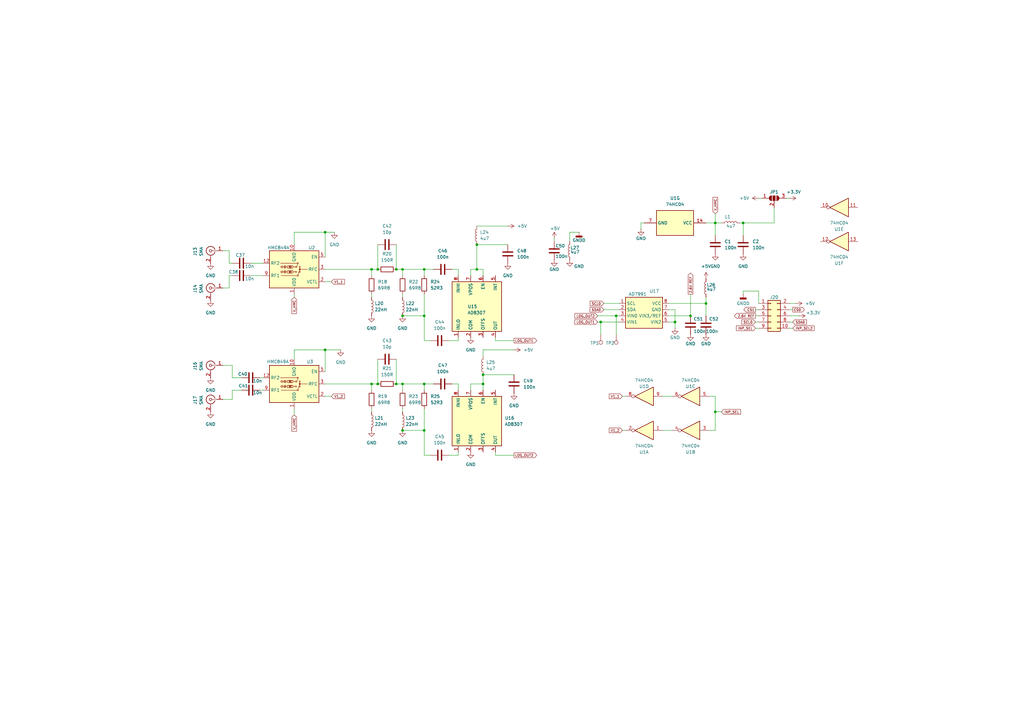
<source format=kicad_sch>
(kicad_sch (version 20231120) (generator "eeschema") (generator_version "8.0")
  (paper "A3")
  (title_block (rev "3.4b") (comment 1 "change RF Switch´s from PE4259 to HMC849") (comment 2 "add voltage selection for HMC849 "))
  (lib_symbols
    (symbol "74xx:74HC04"
      (property "Reference" "U" (at 0 1.27 0))
      (property "Value" "74HC04" (at 0 -1.27 0))
      (symbol "74HC04_1_0"
        (polyline (pts (xy -3.81 3.81) (xy -3.81 -3.81) (xy 3.81 0) (xy -3.81 3.81)) (stroke (width 0.254)) (fill (type background)))
        (pin input line (at -7.62 0 0) (length 3.81) (name "~") (number "1"))
        (pin output inverted (at 7.62 0 180) (length 3.81) (name "~") (number "2"))
      )
      (symbol "74HC04_2_0"
        (polyline (pts (xy -3.81 3.81) (xy -3.81 -3.81) (xy 3.81 0) (xy -3.81 3.81)) (stroke (width 0.254)) (fill (type background)))
        (pin input line (at -7.62 0 0) (length 3.81) (name "~") (number "3"))
        (pin output inverted (at 7.62 0 180) (length 3.81) (name "~") (number "4"))
      )
      (symbol "74HC04_3_0"
        (polyline (pts (xy -3.81 3.81) (xy -3.81 -3.81) (xy 3.81 0) (xy -3.81 3.81)) (stroke (width 0.254)) (fill (type background)))
        (pin input line (at -7.62 0 0) (length 3.81) (name "~") (number "5"))
        (pin output inverted (at 7.62 0 180) (length 3.81) (name "~") (number "6"))
      )
      (symbol "74HC04_4_0"
        (polyline (pts (xy -3.81 3.81) (xy -3.81 -3.81) (xy 3.81 0) (xy -3.81 3.81)) (stroke (width 0.254)) (fill (type background)))
        (pin output inverted (at 7.62 0 180) (length 3.81) (name "~") (number "8"))
        (pin input line (at -7.62 0 0) (length 3.81) (name "~") (number "9"))
      )
      (symbol "74HC04_5_0"
        (polyline (pts (xy -3.81 3.81) (xy -3.81 -3.81) (xy 3.81 0) (xy -3.81 3.81)) (stroke (width 0.254)) (fill (type background)))
        (pin output inverted (at 7.62 0 180) (length 3.81) (name "~") (number "10"))
        (pin input line (at -7.62 0 0) (length 3.81) (name "~") (number "11"))
      )
      (symbol "74HC04_6_0"
        (polyline (pts (xy -3.81 3.81) (xy -3.81 -3.81) (xy 3.81 0) (xy -3.81 3.81)) (stroke (width 0.254)) (fill (type background)))
        (pin output inverted (at 7.62 0 180) (length 3.81) (name "~") (number "12"))
        (pin input line (at -7.62 0 0) (length 3.81) (name "~") (number "13"))
      )
      (symbol "74HC04_7_0"
        (pin power_in line (at 0 12.7 270) (length 5.08) (name "VCC") (number "14"))
        (pin power_in line (at 0 -12.7 90) (length 5.08) (name "GND") (number "7"))
      )
      (symbol "74HC04_7_1"
        (rectangle (start -5.08 7.62) (end 5.08 -7.62) (stroke (width 0.254)) (fill (type background)))
      )
    )
    (symbol "Connector:Conn_Coaxial" (pin_names (offset 1.016) hide)
      (property "Reference" "J" (at 0.254 3.048 0))
      (property "Value" "Conn_Coaxial" (at 2.921 0 90))
      (symbol "Conn_Coaxial_0_1"
        (arc (start -1.778 -0.508) (mid 0.2311 -1.8066) (end 1.778 0) (stroke (width 0.254)))
        (polyline (pts (xy -2.54 0) (xy -0.508 0)))
        (polyline (pts (xy 0 -2.54) (xy 0 -1.778)))
        (circle (center 0 0) (radius 0.508) (stroke (width 0.2032)))
        (arc (start 1.778 0) (mid 0.2099 1.8101) (end -1.778 0.508) (stroke (width 0.254)))
      )
      (symbol "Conn_Coaxial_1_1"
        (pin passive line (at -5.08 0 0) (length 2.54) (name "In") (number "1"))
        (pin passive line (at 0 -5.08 90) (length 2.54) (name "Ext") (number "2"))
      )
    )
    (symbol "Connector:TestPoint" (pin_numbers hide) (pin_names (offset 0.762) hide)
      (property "Reference" "TP" (at 0 6.858 0))
      (property "Value" "TestPoint" (at 0 5.08 0))
      (symbol "TestPoint_0_1"
        (circle (center 0 3.302) (radius 0.762))
      )
      (symbol "TestPoint_1_1"
        (pin passive line (at 0 0 90) (length 2.54) (name "1") (number "1"))
      )
    )
    (symbol "Connector_Generic:Conn_02x05_Odd_Even" (pin_names (offset 1.016) hide)
      (property "Reference" "J" (at 1.27 7.62 0))
      (property "Value" "Conn_02x05_Odd_Even" (at 1.27 -7.62 0))
      (symbol "Conn_02x05_Odd_Even_1_1"
        (rectangle (start -1.27 -4.953) (end 0 -5.207) (stroke (width 0.1524)))
        (rectangle (start -1.27 -2.413) (end 0 -2.667) (stroke (width 0.1524)))
        (rectangle (start -1.27 0.127) (end 0 -0.127) (stroke (width 0.1524)))
        (rectangle (start -1.27 2.667) (end 0 2.413) (stroke (width 0.1524)))
        (rectangle (start -1.27 5.207) (end 0 4.953) (stroke (width 0.1524)))
        (rectangle (start -1.27 6.35) (end 3.81 -6.35) (stroke (width 0.254)) (fill (type background)))
        (rectangle (start 3.81 -4.953) (end 2.54 -5.207) (stroke (width 0.1524)))
        (rectangle (start 3.81 -2.413) (end 2.54 -2.667) (stroke (width 0.1524)))
        (rectangle (start 3.81 0.127) (end 2.54 -0.127) (stroke (width 0.1524)))
        (rectangle (start 3.81 2.667) (end 2.54 2.413) (stroke (width 0.1524)))
        (rectangle (start 3.81 5.207) (end 2.54 4.953) (stroke (width 0.1524)))
        (pin passive line (at -5.08 5.08 0) (length 3.81) (name "Pin_1") (number "1"))
        (pin passive line (at 7.62 -5.08 180) (length 3.81) (name "Pin_10") (number "10"))
        (pin passive line (at 7.62 5.08 180) (length 3.81) (name "Pin_2") (number "2"))
        (pin passive line (at -5.08 2.54 0) (length 3.81) (name "Pin_3") (number "3"))
        (pin passive line (at 7.62 2.54 180) (length 3.81) (name "Pin_4") (number "4"))
        (pin passive line (at -5.08 0 0) (length 3.81) (name "Pin_5") (number "5"))
        (pin passive line (at 7.62 0 180) (length 3.81) (name "Pin_6") (number "6"))
        (pin passive line (at -5.08 -2.54 0) (length 3.81) (name "Pin_7") (number "7"))
        (pin passive line (at 7.62 -2.54 180) (length 3.81) (name "Pin_8") (number "8"))
        (pin passive line (at -5.08 -5.08 0) (length 3.81) (name "Pin_9") (number "9"))
      )
    )
    (symbol "Device:C" (pin_numbers hide) (pin_names (offset 0.254))
      (property "Reference" "C" (at 0.635 2.54 0))
      (property "Value" "C" (at 0.635 -2.54 0))
      (symbol "C_0_1"
        (polyline (pts (xy -2.032 -0.762) (xy 2.032 -0.762)) (stroke (width 0.508)))
        (polyline (pts (xy -2.032 0.762) (xy 2.032 0.762)) (stroke (width 0.508)))
      )
      (symbol "C_1_1"
        (pin passive line (at 0 3.81 270) (length 2.794) (name "~") (number "1"))
        (pin passive line (at 0 -3.81 90) (length 2.794) (name "~") (number "2"))
      )
    )
    (symbol "Device:L" (pin_numbers hide) (pin_names (offset 1.016) hide)
      (property "Reference" "L" (at -1.27 0 90))
      (property "Value" "L" (at 1.905 0 90))
      (symbol "L_0_1"
        (arc (start 0 -2.54) (mid 0.6323 -1.905) (end 0 -1.27))
        (arc (start 0 -1.27) (mid 0.6323 -0.635) (end 0 0))
        (arc (start 0 0) (mid 0.6323 0.635) (end 0 1.27))
        (arc (start 0 1.27) (mid 0.6323 1.905) (end 0 2.54))
      )
      (symbol "L_1_1"
        (pin passive line (at 0 3.81 270) (length 1.27) (name "1") (number "1"))
        (pin passive line (at 0 -3.81 90) (length 1.27) (name "2") (number "2"))
      )
    )
    (symbol "Driver_LED:MPQ3362GJ-AEC1"
      (property "Reference" "U5" (at 2.1941 10.16 0))
      (property "Value" "AD7991" (at -6.35 8.89 0))
      (symbol "MPQ3362GJ-AEC1_1_1"
        (rectangle (start -7.62 7.62) (end 7.62 -5.08) (stroke (width 0.254)) (fill (type background)))
        (pin input line (at -10.16 5.08 0) (length 2.54) (name "SCL") (number "1"))
        (pin input line (at -10.16 2.54 0) (length 2.54) (name "SDA") (number "2"))
        (pin input line (at -10.16 0 0) (length 2.54) (name "VIN0") (number "3"))
        (pin input line (at -10.16 -2.54 0) (length 2.54) (name "VIN1") (number "4"))
        (pin input line (at 10.16 -2.54 180) (length 2.54) (name "VIN2") (number "5"))
        (pin input line (at 10.16 0 180) (length 2.54) (name "VIN3/REF") (number "6"))
        (pin power_in line (at 10.16 2.54 180) (length 2.54) (name "GND") (number "7"))
        (pin power_in line (at 10.16 5.08 180) (length 2.54) (name "VCC") (number "8"))
      )
    )
    (symbol "Jumper:SolderJumper_3_Open" (pin_names (offset 0) hide) (exclude_from_sim yes) (in_bom no)
      (property "Reference" "JP" (at -2.54 -2.54 0))
      (property "Value" "SolderJumper_3_Open" (at 0 2.794 0))
      (symbol "SolderJumper_3_Open_0_1"
        (arc (start -1.016 1.016) (mid -2.0276 0) (end -1.016 -1.016))
        (arc (start -1.016 1.016) (mid -2.0276 0) (end -1.016 -1.016) (fill (type outline)))
        (rectangle (start -0.508 1.016) (end 0.508 -1.016) (fill (type outline)))
        (polyline (pts (xy -2.54 0) (xy -2.032 0)))
        (polyline (pts (xy -1.016 1.016) (xy -1.016 -1.016)))
        (polyline (pts (xy 0 -1.27) (xy 0 -1.016)))
        (polyline (pts (xy 1.016 1.016) (xy 1.016 -1.016)))
        (polyline (pts (xy 2.54 0) (xy 2.032 0)))
        (arc (start 1.016 -1.016) (mid 2.0276 0) (end 1.016 1.016))
        (arc (start 1.016 -1.016) (mid 2.0276 0) (end 1.016 1.016) (fill (type outline)))
      )
      (symbol "SolderJumper_3_Open_1_1"
        (pin passive line (at -5.08 0 0) (length 2.54) (name "A") (number "1"))
        (pin passive line (at 0 -3.81 90) (length 2.54) (name "C") (number "2"))
        (pin passive line (at 5.08 0 180) (length 2.54) (name "B") (number "3"))
      )
    )
    (symbol "LOG_RF_Amplifier:AD8313xRM"
      (property "Reference" "U" (at 1.524 1.524 0))
      (property "Value" "AD8307" (at 4.572 -1.524 0))
      (symbol "AD8313xRM_0_1"
        (rectangle (start -10.16 10.16) (end 10.16 -10.16) (stroke (width 0.254)) (fill (type background)))
      )
      (symbol "AD8313xRM_1_1"
        (pin input line (at -7.62 -12.7 90) (length 2.54) (name "INLO") (number "1"))
        (pin power_in line (at -2.54 -12.7 90) (length 2.54) (name "COM") (number "2"))
        (pin input line (at 2.54 -12.7 90) (length 2.54) (name "OFFS") (number "3"))
        (pin output line (at 7.62 -12.7 90) (length 2.54) (name "OUT") (number "4"))
        (pin input line (at 7.62 12.7 270) (length 2.54) (name "INT") (number "5"))
        (pin input line (at 2.54 12.7 270) (length 2.54) (name "EN") (number "6"))
        (pin power_in line (at -2.54 12.7 270) (length 2.54) (name "VPOS") (number "7"))
        (pin input line (at -7.62 12.7 270) (length 2.54) (name "INHI") (number "8"))
      )
    )
    (symbol "RF_Switch:HMC849A"
      (property "Reference" "U" (at -10.16 8.89 0))
      (property "Value" "HMC849A" (at 10.16 8.89 0))
      (symbol "HMC849A_0_0"
        (text "50" (at 1.651 -1.016 0) (effects (font (size 0.635 0.635))))
        (text "50" (at 1.651 1.016 0) (effects (font (size 0.635 0.635))))
      )
      (symbol "HMC849A_0_1"
        (rectangle (start -10.16 7.62) (end 10.16 -7.62) (stroke (width 0.254)) (fill (type background)))
        (circle (center -2.286 0) (radius 0.254) (fill (type outline)))
        (circle (center -2.286 1.016) (radius 0.254))
        (circle (center -1.524 -2.54) (radius 0.254))
        (circle (center -1.524 2.54) (radius 0.254))
        (circle (center -0.762 -1.016) (radius 0.254))
        (polyline (pts (xy -2.286 0) (xy -5.588 0)))
        (polyline (pts (xy -2.286 0.762) (xy -2.286 -0.762)))
        (polyline (pts (xy -1.524 -2.286) (xy -1.016 -0.762)))
        (polyline (pts (xy -1.524 2.286) (xy -2.032 0.762)))
        (polyline (pts (xy -1.27 -2.54) (xy 5.588 -2.54)))
        (polyline (pts (xy -1.27 2.54) (xy 5.334 2.54)))
        (polyline (pts (xy -0.508 -1.016) (xy 0.508 -1.016)))
        (polyline (pts (xy -0.508 1.016) (xy 0.508 1.016)))
        (polyline (pts (xy 3.556 -1.524) (xy 3.556 -0.508)) (stroke (width 0.254)))
        (polyline (pts (xy 3.556 -1.016) (xy 2.794 -1.016)))
        (polyline (pts (xy 3.556 0.508) (xy 3.556 1.524)) (stroke (width 0.254)))
        (polyline (pts (xy 3.556 1.016) (xy 2.794 1.016)))
        (polyline (pts (xy 4.064 -0.508) (xy 4.064 -1.524)) (stroke (width 0.254)))
        (polyline (pts (xy 4.064 1.524) (xy 4.064 0.508)) (stroke (width 0.254)))
        (polyline (pts (xy 4.064 -1.016) (xy 4.826 -1.016) (xy 4.826 -1.524) (xy 5.588 -1.016) (xy 4.826 -0.508) (xy 4.826 -1.016)))
        (polyline (pts (xy 4.064 1.016) (xy 4.826 1.016) (xy 4.826 0.508) (xy 5.588 1.016) (xy 4.826 1.524) (xy 4.826 1.016)))
        (rectangle (start 0.508 -1.524) (end 2.794 -0.508))
        (rectangle (start 0.508 0.508) (end 2.794 1.524))
      )
      (symbol "HMC849A_1_1"
        (circle (center -2.286 -1.016) (radius 0.254))
        (circle (center -0.762 1.016) (radius 0.254))
        (pin power_in line (at 0 10.16 270) (length 2.54) (name "VDD") (number "1"))
        (pin power_in line (at 0 -10.16 90) (length 2.54) (name "GND") (number "10"))
        (pin passive line (at 0 -10.16 90) (length 2.54) hide (name "GND") (number "11"))
        (pin passive line (at 12.7 -2.54 180) (length 2.54) (name "RF2") (number "12"))
        (pin passive line (at 0 -10.16 90) (length 2.54) hide (name "GND") (number "13"))
        (pin passive line (at 0 -10.16 90) (length 2.54) hide (name "GND") (number "14"))
        (pin passive line (at 0 -10.16 90) (length 2.54) hide (name "GND") (number "15"))
        (pin passive line (at 0 -10.16 90) (length 2.54) hide (name "GND") (number "16"))
        (pin passive line (at 0 -10.16 90) (length 2.54) hide (name "GND") (number "17"))
        (pin input line (at -12.7 5.08 0) (length 2.54) (name "VCTL") (number "2"))
        (pin passive line (at -12.7 0 0) (length 2.54) (name "RFC") (number "3"))
        (pin passive line (at 0 -10.16 90) (length 2.54) hide (name "GND") (number "4"))
        (pin input line (at -12.7 -5.08 0) (length 2.54) (name "EN") (number "5"))
        (pin passive line (at 0 -10.16 90) (length 2.54) hide (name "GND") (number "6"))
        (pin passive line (at 0 -10.16 90) (length 2.54) hide (name "GND") (number "7"))
        (pin passive line (at 0 -10.16 90) (length 2.54) hide (name "GND") (number "8"))
        (pin passive line (at 12.7 2.54 180) (length 2.54) (name "RF1") (number "9"))
      )
    )
    (symbol "dual_rotary_encoder_switch:R" (pin_numbers hide) (pin_names (offset 0))
      (property "Reference" "R" (at 2.032 0 90))
      (property "Value" "R" (at 0 0 90))
      (symbol "R_0_1"
        (rectangle (start -1.016 -2.54) (end 1.016 2.54) (stroke (width 0.254)))
      )
      (symbol "R_1_1"
        (pin passive line (at 0 3.81 270) (length 1.27) (name "~") (number "1"))
        (pin passive line (at 0 -3.81 90) (length 1.27) (name "~") (number "2"))
      )
    )
    (symbol "power:+3.3V" (power) (pin_numbers hide) (pin_names (offset 0) hide)
      (property "Value" "+3.3V" (at 0 3.556 0))
      (symbol "+3.3V_0_1"
        (polyline (pts (xy -0.762 1.27) (xy 0 2.54)))
        (polyline (pts (xy 0 0) (xy 0 2.54)))
        (polyline (pts (xy 0 2.54) (xy 0.762 1.27)))
      )
      (symbol "+3.3V_1_1"
        (pin power_in line (at 0 0 90) (length 0) (name "~") (number "1"))
      )
    )
    (symbol "power:+5V" (power) (pin_numbers hide) (pin_names (offset 0) hide)
      (property "Value" "+5V" (at 0 3.556 0))
      (symbol "+5V_0_1"
        (polyline (pts (xy -0.762 1.27) (xy 0 2.54)))
        (polyline (pts (xy 0 0) (xy 0 2.54)))
        (polyline (pts (xy 0 2.54) (xy 0.762 1.27)))
      )
      (symbol "+5V_1_1"
        (pin power_in line (at 0 0 90) (length 0) (name "~") (number "1"))
      )
    )
    (symbol "power:GND" (power) (pin_numbers hide) (pin_names (offset 0) hide)
      (property "Value" "GND" (at 0 -3.81 0))
      (symbol "GND_0_1"
        (polyline (pts (xy 0 0) (xy 0 -1.27) (xy 1.27 -1.27) (xy 0 -2.54) (xy -1.27 -1.27) (xy 0 -1.27)))
      )
      (symbol "GND_1_1"
        (pin power_in line (at 0 0 270) (length 0) (name "~") (number "1"))
      )
    )
    (symbol "power:GNDD" (power) (pin_numbers hide) (pin_names (offset 0) hide)
      (property "Value" "GNDD" (at 0 -3.175 0))
      (symbol "GNDD_0_1"
        (rectangle (start -1.27 -1.524) (end 1.27 -2.032) (stroke (width 0.254)) (fill (type outline)))
        (polyline (pts (xy 0 0) (xy 0 -1.524)))
      )
      (symbol "GNDD_1_1"
        (pin power_in line (at 0 0 270) (length 0) (name "~") (number "1"))
      )
    )
  )
  (junction (at 165.1 110.49))
  (junction (at 162.56 157.48))
  (junction (at 198.12 153.67))
  (junction (at 173.99 157.48))
  (junction (at 152.4 110.49))
  (junction (at 283.21 129.54))
  (junction (at 293.37 91.44))
  (junction (at 304.8 91.44))
  (junction (at 152.4 157.48))
  (junction (at 173.99 110.49))
  (junction (at 154.94 110.49))
  (junction (at 195.58 100.33))
  (junction (at 165.1 157.48))
  (junction (at 165.1 176.53))
  (junction (at 289.56 124.46))
  (junction (at 293.37 168.91))
  (junction (at 154.94 157.48))
  (junction (at 246.38 132.08))
  (junction (at 276.86 132.08))
  (junction (at 173.99 176.53))
  (junction (at 198.12 157.48))
  (junction (at 252.73 129.54))
  (junction (at 165.1 129.54))
  (junction (at 162.56 110.49))
  (junction (at 133.35 143.51))
  (junction (at 195.58 110.49))
  (junction (at 173.99 129.54))
  (junction (at 133.35 95.25))
  (wire (pts (xy 165.1 157.48) (xy 165.1 160.02)))
  (wire (pts (xy 246.38 132.08) (xy 246.38 137.16)))
  (wire (pts (xy 309.88 134.62) (xy 311.15 134.62)))
  (wire (pts (xy 154.94 157.48) (xy 152.4 157.48)))
  (wire (pts (xy 274.32 129.54) (xy 283.21 129.54)))
  (wire (pts (xy 133.35 143.51) (xy 139.7 143.51)))
  (wire (pts (xy 187.96 186.69) (xy 187.96 185.42)))
  (wire (pts (xy 276.86 132.08) (xy 276.86 127)))
  (wire (pts (xy 274.32 124.46) (xy 289.56 124.46)))
  (wire (pts (xy 203.2 185.42) (xy 203.2 186.69)))
  (wire (pts (xy 304.8 91.44) (xy 317.5 91.44)))
  (wire (pts (xy 290.83 176.53) (xy 293.37 176.53)))
  (wire (pts (xy 133.35 110.49) (xy 152.4 110.49)))
  (wire (pts (xy 323.85 129.54) (xy 327.66 129.54)))
  (wire (pts (xy 95.25 154.94) (xy 99.06 154.94)))
  (wire (pts (xy 195.58 100.33) (xy 195.58 110.49)))
  (wire (pts (xy 173.99 129.54) (xy 173.99 139.7)))
  (wire (pts (xy 185.42 110.49) (xy 187.96 110.49)))
  (wire (pts (xy 303.53 91.44) (xy 304.8 91.44)))
  (wire (pts (xy 322.58 81.28) (xy 323.85 81.28)))
  (wire (pts (xy 91.44 163.83) (xy 95.25 163.83)))
  (wire (pts (xy 93.98 113.03) (xy 95.25 113.03)))
  (wire (pts (xy 95.25 163.83) (xy 95.25 160.02)))
  (wire (pts (xy 264.16 91.44) (xy 262.89 91.44)))
  (wire (pts (xy 120.65 120.65) (xy 120.65 121.92)))
  (wire (pts (xy 165.1 120.65) (xy 165.1 121.92)))
  (wire (pts (xy 152.4 157.48) (xy 152.4 160.02)))
  (wire (pts (xy 293.37 87.63) (xy 293.37 91.44)))
  (wire (pts (xy 152.4 120.65) (xy 152.4 121.92)))
  (wire (pts (xy 162.56 110.49) (xy 165.1 110.49)))
  (wire (pts (xy 120.65 95.25) (xy 133.35 95.25)))
  (wire (pts (xy 176.53 186.69) (xy 173.99 186.69)))
  (wire (pts (xy 289.56 121.92) (xy 289.56 124.46)))
  (wire (pts (xy 283.21 120.65) (xy 283.21 129.54)))
  (wire (pts (xy 106.68 160.02) (xy 107.95 160.02)))
  (wire (pts (xy 198.12 146.05) (xy 198.12 143.51)))
  (wire (pts (xy 177.8 157.48) (xy 173.99 157.48)))
  (wire (pts (xy 293.37 176.53) (xy 293.37 168.91)))
  (wire (pts (xy 309.88 132.08) (xy 311.15 132.08)))
  (wire (pts (xy 165.1 176.53) (xy 173.99 176.53)))
  (wire (pts (xy 93.98 107.95) (xy 95.25 107.95)))
  (wire (pts (xy 245.11 132.08) (xy 246.38 132.08)))
  (wire (pts (xy 107.95 113.03) (xy 102.87 113.03)))
  (wire (pts (xy 289.56 124.46) (xy 289.56 129.54)))
  (wire (pts (xy 133.35 143.51) (xy 133.35 152.4)))
  (wire (pts (xy 93.98 118.11) (xy 93.98 113.03)))
  (wire (pts (xy 293.37 91.44) (xy 293.37 96.52)))
  (wire (pts (xy 198.12 157.48) (xy 198.12 160.02)))
  (wire (pts (xy 198.12 143.51) (xy 210.82 143.51)))
  (wire (pts (xy 173.99 110.49) (xy 173.99 113.03)))
  (wire (pts (xy 193.04 160.02) (xy 193.04 157.48)))
  (wire (pts (xy 311.15 81.28) (xy 312.42 81.28)))
  (wire (pts (xy 255.27 162.56) (xy 256.54 162.56)))
  (wire (pts (xy 184.15 186.69) (xy 187.96 186.69)))
  (wire (pts (xy 154.94 110.49) (xy 152.4 110.49)))
  (wire (pts (xy 293.37 168.91) (xy 295.91 168.91)))
  (wire (pts (xy 133.35 95.25) (xy 133.35 105.41)))
  (wire (pts (xy 195.58 110.49) (xy 198.12 110.49)))
  (wire (pts (xy 162.56 157.48) (xy 165.1 157.48)))
  (wire (pts (xy 120.65 147.32) (xy 120.65 143.51)))
  (wire (pts (xy 187.96 110.49) (xy 187.96 113.03)))
  (wire (pts (xy 177.8 110.49) (xy 173.99 110.49)))
  (wire (pts (xy 271.78 162.56) (xy 275.59 162.56)))
  (wire (pts (xy 193.04 113.03) (xy 193.04 110.49)))
  (wire (pts (xy 133.35 115.57) (xy 135.89 115.57)))
  (wire (pts (xy 120.65 170.18) (xy 120.65 167.64)))
  (wire (pts (xy 323.85 132.08) (xy 325.12 132.08)))
  (wire (pts (xy 154.94 100.33) (xy 154.94 110.49)))
  (wire (pts (xy 203.2 186.69) (xy 210.82 186.69)))
  (wire (pts (xy 293.37 91.44) (xy 295.91 91.44)))
  (wire (pts (xy 165.1 129.54) (xy 173.99 129.54)))
  (wire (pts (xy 165.1 110.49) (xy 165.1 113.03)))
  (wire (pts (xy 173.99 157.48) (xy 173.99 160.02)))
  (wire (pts (xy 193.04 157.48) (xy 198.12 157.48)))
  (wire (pts (xy 152.4 110.49) (xy 152.4 113.03)))
  (wire (pts (xy 95.25 160.02) (xy 99.06 160.02)))
  (wire (pts (xy 309.88 129.54) (xy 311.15 129.54)))
  (wire (pts (xy 173.99 176.53) (xy 173.99 186.69)))
  (wire (pts (xy 198.12 153.67) (xy 198.12 157.48)))
  (wire (pts (xy 323.85 127) (xy 325.12 127)))
  (wire (pts (xy 317.5 91.44) (xy 317.5 85.09)))
  (wire (pts (xy 309.88 127) (xy 311.15 127)))
  (wire (pts (xy 304.8 119.38) (xy 311.15 119.38)))
  (wire (pts (xy 233.68 95.25) (xy 233.68 99.06)))
  (wire (pts (xy 323.85 134.62) (xy 325.12 134.62)))
  (wire (pts (xy 152.4 167.64) (xy 152.4 168.91)))
  (wire (pts (xy 203.2 138.43) (xy 203.2 139.7)))
  (wire (pts (xy 290.83 162.56) (xy 293.37 162.56)))
  (wire (pts (xy 107.95 107.95) (xy 102.87 107.95)))
  (wire (pts (xy 195.58 92.71) (xy 208.28 92.71)))
  (wire (pts (xy 252.73 129.54) (xy 254 129.54)))
  (wire (pts (xy 133.35 95.25) (xy 137.16 95.25)))
  (wire (pts (xy 165.1 157.48) (xy 173.99 157.48)))
  (wire (pts (xy 173.99 129.54) (xy 173.99 120.65)))
  (wire (pts (xy 323.85 124.46) (xy 326.39 124.46)))
  (wire (pts (xy 276.86 127) (xy 274.32 127)))
  (wire (pts (xy 120.65 143.51) (xy 133.35 143.51)))
  (wire (pts (xy 304.8 120.65) (xy 304.8 119.38)))
  (wire (pts (xy 293.37 168.91) (xy 293.37 162.56)))
  (wire (pts (xy 255.27 176.53) (xy 256.54 176.53)))
  (wire (pts (xy 289.56 91.44) (xy 293.37 91.44)))
  (wire (pts (xy 133.35 157.48) (xy 152.4 157.48)))
  (wire (pts (xy 95.25 149.86) (xy 95.25 154.94)))
  (wire (pts (xy 198.12 110.49) (xy 198.12 113.03)))
  (wire (pts (xy 276.86 132.08) (xy 276.86 134.62)))
  (wire (pts (xy 187.96 157.48) (xy 187.96 160.02)))
  (wire (pts (xy 198.12 153.67) (xy 210.82 153.67)))
  (wire (pts (xy 176.53 139.7) (xy 173.99 139.7)))
  (wire (pts (xy 162.56 147.32) (xy 162.56 157.48)))
  (wire (pts (xy 247.65 124.46) (xy 254 124.46)))
  (wire (pts (xy 195.58 100.33) (xy 208.28 100.33)))
  (wire (pts (xy 184.15 139.7) (xy 187.96 139.7)))
  (wire (pts (xy 237.49 95.25) (xy 233.68 95.25)))
  (wire (pts (xy 120.65 100.33) (xy 120.65 95.25)))
  (wire (pts (xy 227.33 99.06) (xy 227.33 97.79)))
  (wire (pts (xy 203.2 139.7) (xy 210.82 139.7)))
  (wire (pts (xy 187.96 139.7) (xy 187.96 138.43)))
  (wire (pts (xy 91.44 102.87) (xy 93.98 102.87)))
  (wire (pts (xy 185.42 157.48) (xy 187.96 157.48)))
  (wire (pts (xy 245.11 129.54) (xy 252.73 129.54)))
  (wire (pts (xy 173.99 176.53) (xy 173.99 167.64)))
  (wire (pts (xy 247.65 127) (xy 254 127)))
  (wire (pts (xy 262.89 91.44) (xy 262.89 93.98)))
  (wire (pts (xy 165.1 167.64) (xy 165.1 168.91)))
  (wire (pts (xy 91.44 118.11) (xy 93.98 118.11)))
  (wire (pts (xy 274.32 132.08) (xy 276.86 132.08)))
  (wire (pts (xy 193.04 110.49) (xy 195.58 110.49)))
  (wire (pts (xy 106.68 154.94) (xy 107.95 154.94)))
  (wire (pts (xy 271.78 176.53) (xy 275.59 176.53)))
  (wire (pts (xy 304.8 91.44) (xy 304.8 96.52)))
  (wire (pts (xy 133.35 162.56) (xy 135.89 162.56)))
  (wire (pts (xy 311.15 119.38) (xy 311.15 124.46)))
  (wire (pts (xy 252.73 129.54) (xy 252.73 137.16)))
  (wire (pts (xy 154.94 147.32) (xy 154.94 157.48)))
  (wire (pts (xy 162.56 100.33) (xy 162.56 110.49)))
  (wire (pts (xy 91.44 149.86) (xy 95.25 149.86)))
  (wire (pts (xy 165.1 110.49) (xy 173.99 110.49)))
  (wire (pts (xy 93.98 102.87) (xy 93.98 107.95)))
  (wire (pts (xy 246.38 132.08) (xy 254 132.08)))
  (global_label "INP_SEL" (shape input) (at 309.88 134.62 180) (effects (font (size 1 1))) (property "Intersheetrefs" "${INTERSHEET_REFS}" (effects (hide yes))))
  (global_label "2,6V REF" (shape output) (at 309.88 129.54 180) (effects (font (size 1 1))) (property "Intersheetrefs" "${INTERSHEET_REFS}" (effects (hide yes))))
  (global_label "INP_SEL" (shape input) (at 295.91 168.91 0) (effects (font (size 1 1))) (property "Intersheetrefs" "${INTERSHEET_REFS}" (effects (hide yes))))
  (global_label "LOG_OUT2" (shape input) (at 245.11 129.54 180) (effects (font (size 1 1))) (property "Intersheetrefs" "${INTERSHEET_REFS}" (effects (hide yes))))
  (global_label "V1_1" (shape input) (at 135.89 115.57 0) (effects (font (size 1 1))) (property "Intersheetrefs" "${INTERSHEET_REFS}" (effects (hide yes))))
  (global_label "2,6V REF" (shape output) (at 283.21 120.65 90) (effects (font (size 1 1))) (property "Intersheetrefs" "${INTERSHEET_REFS}" (effects (hide yes))))
  (global_label "V_HMC" (shape input) (at 120.65 170.18 270) (effects (font (size 1 1))) (property "Intersheetrefs" "${INTERSHEET_REFS}" (effects (hide yes))))
  (global_label "SDA0" (shape input) (at 325.12 132.08 0) (effects (font (size 1 1))) (property "Intersheetrefs" "${INTERSHEET_REFS}" (effects (hide yes))))
  (global_label "SCL0" (shape input) (at 309.88 132.08 180) (effects (font (size 1 1))) (property "Intersheetrefs" "${INTERSHEET_REFS}" (effects (hide yes))))
  (global_label "CS0" (shape output) (at 325.12 127 0) (effects (font (size 1 1))) (property "Intersheetrefs" "${INTERSHEET_REFS}" (effects (hide yes))))
  (global_label "SDA0" (shape input) (at 247.65 127 180) (effects (font (size 1 1))) (property "Intersheetrefs" "${INTERSHEET_REFS}" (effects (hide yes))))
  (global_label "INP_SEL2" (shape input) (at 325.12 134.62 0) (effects (font (size 1 1))) (property "Intersheetrefs" "${INTERSHEET_REFS}" (effects (hide yes))))
  (global_label "CS1" (shape output) (at 309.88 127 180) (effects (font (size 1 1))) (property "Intersheetrefs" "${INTERSHEET_REFS}" (effects (hide yes))))
  (global_label "LOG_OUT2" (shape output) (at 210.82 186.69 0) (effects (font (size 1 1))) (property "Intersheetrefs" "${INTERSHEET_REFS}" (effects (hide yes))))
  (global_label "LOG_OUT1" (shape output) (at 210.82 139.7 0) (effects (font (size 1 1))) (property "Intersheetrefs" "${INTERSHEET_REFS}" (effects (hide yes))))
  (global_label "V1_2" (shape input) (at 135.89 162.56 0) (effects (font (size 1 1))) (property "Intersheetrefs" "${INTERSHEET_REFS}" (effects (hide yes))))
  (global_label "V_HMC" (shape input) (at 120.65 121.92 270) (effects (font (size 1 1))) (property "Intersheetrefs" "${INTERSHEET_REFS}" (effects (hide yes))))
  (global_label "V1_2" (shape input) (at 255.27 176.53 180) (effects (font (size 1 1))) (property "Intersheetrefs" "${INTERSHEET_REFS}" (effects (hide yes))))
  (global_label "V_HMC" (shape input) (at 293.37 87.63 90) (effects (font (size 1 1))) (property "Intersheetrefs" "${INTERSHEET_REFS}" (effects (hide yes))))
  (global_label "V1_1" (shape input) (at 255.27 162.56 180) (effects (font (size 1 1))) (property "Intersheetrefs" "${INTERSHEET_REFS}" (effects (hide yes))))
  (global_label "LOG_OUT1" (shape input) (at 245.11 132.08 180) (effects (font (size 1 1))) (property "Intersheetrefs" "${INTERSHEET_REFS}" (effects (hide yes))))
  (global_label "SCL0" (shape input) (at 247.65 124.46 180) (effects (font (size 1 1))) (property "Intersheetrefs" "${INTERSHEET_REFS}" (effects (hide yes))))
  (symbol (lib_id "dual_rotary_encoder_switch:R") (at 152.4 116.84 180) (unit 1)
    (property "Reference" "R18" (at 154.94 115.5699 0) (effects (justify right)))
    (property "Value" "69R8" (at 154.94 118.1099 0) (effects (justify right)))
    (property "Footprint" "Resistor_SMD:R_1206_3216Metric_Pad1.30x1.75mm_HandSolder" (effects (hide yes)))
    (property "Description" "Resistor" (effects (hide yes)))
  )
  (symbol (lib_id "power:GND") (at 86.36 107.95 0) (unit 1)
    (property "Reference" "#PWR078" (effects (hide yes)))
    (property "Value" "GND" (at 86.36 113.03 0))
    (property "Description" "Power symbol creates a global label with name \"GND\" , ground" (effects (hide yes)))
  )
  (symbol (lib_id "Device:C") (at 227.33 102.87 180) (unit 1)
    (property "Reference" "C50" (at 227.838 100.838 0) (effects (justify right)))
    (property "Value" "100n" (at 227.838 105.156 0) (effects (justify right)))
    (property "Footprint" "Capacitor_SMD:C_0805_2012Metric_Pad1.18x1.45mm_HandSolder" (effects (hide yes)))
    (property "Description" "Unpolarized capacitor" (effects (hide yes)))
  )
  (symbol (lib_id "Device:L") (at 165.1 125.73 0) (unit 1)
    (property "Reference" "L22" (at 166.37 124.4599 0) (effects (justify left)))
    (property "Value" "22nH" (at 166.37 126.9999 0) (effects (justify left)))
    (property "Footprint" "Inductor_SMD:L_1206_3216Metric_Pad1.42x1.75mm_HandSolder" (effects (hide yes)))
    (property "Description" "Inductor" (effects (hide yes)))
  )
  (symbol (lib_id "power:GND") (at 283.21 137.16 0) (unit 1)
    (property "Reference" "#PWR0102" (effects (hide yes)))
    (property "Value" "GND" (at 283.21 140.97 0))
    (property "Description" "Power symbol creates a global label with name \"GND\" , ground" (effects (hide yes)))
  )
  (symbol (lib_id "Device:C") (at 293.37 100.33 180) (unit 1)
    (property "Reference" "C1" (at 297.18 99.0599 0) (effects (justify right)))
    (property "Value" "100n" (at 297.18 101.5999 0) (effects (justify right)))
    (property "Footprint" "Capacitor_SMD:C_0805_2012Metric_Pad1.18x1.45mm_HandSolder" (effects (hide yes)))
    (property "Description" "Unpolarized capacitor" (effects (hide yes)))
  )
  (symbol (lib_id "Connector:Conn_Coaxial") (at 86.36 163.83 0) (mirror y) (unit 1)
    (property "Reference" "J17" (at 80.01 164.1232 90))
    (property "Value" "SMA" (at 82.55 164.1232 90))
    (property "Footprint" "Connector_Coaxial:SMA_BAT_Wireless_BWSMA-KWE-Z001" (effects (hide yes)))
    (property "Description" "coaxial connector (BNC, SMA, SMB, SMC, Cinch/RCA, LEMO, ...)" (effects (hide yes)))
  )
  (symbol (lib_id "power:GND") (at 276.86 134.62 0) (unit 1)
    (property "Reference" "#PWR0101" (effects (hide yes)))
    (property "Value" "GND" (at 276.86 138.43 0))
    (property "Description" "Power symbol creates a global label with name \"GND\" , ground" (effects (hide yes)))
  )
  (symbol (lib_id "Connector:TestPoint") (at 246.38 137.16 180) (unit 1)
    (property "Reference" "TP1" (at 242.062 140.716 0) (effects (justify right)))
    (property "Value" "TestPoint" (effects (hide yes)))
    (property "Footprint" "TestPoint:TestPoint_Pad_D1.0mm" (effects (hide yes)))
    (property "Description" "test point" (effects (hide yes)))
  )
  (symbol (lib_id "Device:C") (at 180.34 186.69 90) (unit 1)
    (property "Reference" "C45" (at 180.34 179.07 90))
    (property "Value" "100n" (at 180.34 181.61 90))
    (property "Footprint" "Capacitor_SMD:C_0805_2012Metric_Pad1.18x1.45mm_HandSolder" (effects (hide yes)))
    (property "Description" "Unpolarized capacitor" (effects (hide yes)))
  )
  (symbol (lib_id "power:GND") (at 165.1 176.53 0) (unit 1)
    (property "Reference" "#PWR087" (effects (hide yes)))
    (property "Value" "GND" (at 165.1 181.61 0))
    (property "Description" "Power symbol creates a global label with name \"GND\" , ground" (effects (hide yes)))
  )
  (symbol (lib_id "power:GND") (at 208.28 107.95 0) (unit 1)
    (property "Reference" "#PWR091" (effects (hide yes)))
    (property "Value" "GND" (at 208.28 113.03 0))
    (property "Description" "Power symbol creates a global label with name \"GND\" , ground" (effects (hide yes)))
  )
  (symbol (lib_id "power:+5V") (at 210.82 143.51 270) (unit 1)
    (property "Reference" "#PWR092" (effects (hide yes)))
    (property "Value" "+5V" (at 214.63 143.5099 90) (effects (justify left)))
    (property "Description" "Power symbol creates a global label with name \"+5V\"" (effects (hide yes)))
  )
  (symbol (lib_id "power:GND") (at 86.36 168.91 0) (unit 1)
    (property "Reference" "#PWR082" (effects (hide yes)))
    (property "Value" "GND" (at 86.36 173.99 0))
    (property "Description" "Power symbol creates a global label with name \"GND\" , ground" (effects (hide yes)))
  )
  (symbol (lib_id "Device:L") (at 195.58 96.52 180) (unit 1)
    (property "Reference" "L24" (at 196.85 95.2499 0) (effects (justify right)))
    (property "Value" "4u7" (at 196.85 97.7899 0) (effects (justify right)))
    (property "Footprint" "Inductor_SMD:L_1206_3216Metric_Pad1.42x1.75mm_HandSolder" (effects (hide yes)))
    (property "Description" "Inductor" (effects (hide yes)))
  )
  (symbol (lib_id "Jumper:SolderJumper_3_Open") (at 317.5 81.28 0) (unit 1) (exclude_from_sim yes) (in_bom no)
    (property "Reference" "JP1" (at 317.5 78.74 0))
    (property "Value" "SolderJumper_3_Open" (effects (hide yes)))
    (property "Footprint" "Jumper:SolderJumper-3_P1.3mm_Open_RoundedPad1.0x1.5mm" (effects (hide yes)))
    (property "Description" "Solder Jumper, 3-pole, open" (effects (hide yes)))
  )
  (symbol (lib_id "Device:L") (at 165.1 172.72 0) (unit 1)
    (property "Reference" "L23" (at 166.37 171.4499 0) (effects (justify left)))
    (property "Value" "22nH" (at 166.37 173.9899 0) (effects (justify left)))
    (property "Footprint" "Inductor_SMD:L_1206_3216Metric_Pad1.42x1.75mm_HandSolder" (effects (hide yes)))
    (property "Description" "Inductor" (effects (hide yes)))
  )
  (symbol (lib_id "Device:L") (at 198.12 149.86 180) (unit 1)
    (property "Reference" "L25" (at 199.39 148.5899 0) (effects (justify right)))
    (property "Value" "4u7" (at 199.39 151.1299 0) (effects (justify right)))
    (property "Footprint" "Inductor_SMD:L_1206_3216Metric_Pad1.42x1.75mm_HandSolder" (effects (hide yes)))
    (property "Description" "Inductor" (effects (hide yes)))
  )
  (symbol (lib_id "power:GND") (at 233.68 106.68 0) (unit 1)
    (property "Reference" "#PWR097" (effects (hide yes)))
    (property "Value" "GND" (at 237.49 109.22 0))
    (property "Description" "Power symbol creates a global label with name \"GND\" , ground" (effects (hide yes)))
  )
  (symbol (lib_id "Device:L") (at 152.4 172.72 0) (unit 1)
    (property "Reference" "L21" (at 153.67 171.4499 0) (effects (justify left)))
    (property "Value" "22nH" (at 153.67 173.9899 0) (effects (justify left)))
    (property "Footprint" "Inductor_SMD:L_1206_3216Metric_Pad1.42x1.75mm_HandSolder" (effects (hide yes)))
    (property "Description" "Inductor" (effects (hide yes)))
  )
  (symbol (lib_id "74xx:74HC04") (at 283.21 176.53 180) (unit 2)
    (property "Reference" "U1" (at 283.21 185.42 0))
    (property "Value" "74HC04" (at 283.21 182.88 0))
    (property "Footprint" "Package_SO:SOIC-16_3.9x9.9mm_P1.27mm" (effects (hide yes)))
    (property "Datasheet" "https://assets.nexperia.com/documents/data-sheet/74HC_HCT04.pdf" (effects (hide yes)))
    (property "Description" "Hex Inverter" (effects (hide yes)))
  )
  (symbol (lib_id "dual_rotary_encoder_switch:R") (at 158.75 110.49 90) (unit 1)
    (property "Reference" "R20" (at 158.75 104.14 90))
    (property "Value" "150R" (at 158.75 106.68 90))
    (property "Footprint" "Resistor_SMD:R_1206_3216Metric_Pad1.30x1.75mm_HandSolder" (effects (hide yes)))
    (property "Description" "Resistor" (effects (hide yes)))
  )
  (symbol (lib_id "74xx:74HC04") (at 264.16 162.56 180) (unit 4)
    (property "Reference" "U1" (at 264.16 158.496 0))
    (property "Value" "74HC04" (at 264.16 155.956 0))
    (property "Footprint" "Package_SO:SOIC-16_3.9x9.9mm_P1.27mm" (effects (hide yes)))
    (property "Datasheet" "https://assets.nexperia.com/documents/data-sheet/74HC_HCT04.pdf" (effects (hide yes)))
    (property "Description" "Hex Inverter" (effects (hide yes)))
  )
  (symbol (lib_id "RF_Switch:HMC849A") (at 120.65 157.48 180) (unit 1)
    (property "Reference" "U3" (at 125.73 148.336 0) (effects (justify right)))
    (property "Value" "HMC849A" (at 109.474 148.336 0) (effects (justify right)))
    (property "Footprint" "Package_CSP:LFCSP-16-1EP_4x4mm_P0.65mm_EP2.4x2.4mm" (effects (hide yes)))
    (property "Datasheet" "https://www.analog.com/media/en/technical-documentation/data-sheets/hmc849a.pdf" (effects (hide yes)))
    (property "Description" "High Isolation SPDT Non-Reflective Switch, DC-6GHz, Matched to 50 Ohm, LFCSP-16" (effects (hide yes)))
  )
  (symbol (lib_id "dual_rotary_encoder_switch:R") (at 158.75 157.48 90) (unit 1)
    (property "Reference" "R21" (at 158.75 151.13 90))
    (property "Value" "150R" (at 158.75 153.67 90))
    (property "Footprint" "Resistor_SMD:R_1206_3216Metric_Pad1.30x1.75mm_HandSolder" (effects (hide yes)))
    (property "Description" "Resistor" (effects (hide yes)))
  )
  (symbol (lib_id "power:+5V") (at 208.28 92.71 270) (unit 1)
    (property "Reference" "#PWR090" (effects (hide yes)))
    (property "Value" "+5V" (at 212.09 92.7099 90) (effects (justify left)))
    (property "Description" "Power symbol creates a global label with name \"+5V\"" (effects (hide yes)))
  )
  (symbol (lib_id "Device:C") (at 210.82 157.48 180) (unit 1)
    (property "Reference" "C49" (at 214.63 156.2099 0) (effects (justify right)))
    (property "Value" "100n" (at 214.63 158.7499 0) (effects (justify right)))
    (property "Footprint" "Capacitor_SMD:C_0805_2012Metric_Pad1.18x1.45mm_HandSolder" (effects (hide yes)))
    (property "Description" "Unpolarized capacitor" (effects (hide yes)))
  )
  (symbol (lib_id "Connector:Conn_Coaxial") (at 86.36 149.86 0) (mirror y) (unit 1)
    (property "Reference" "J16" (at 80.01 150.1532 90))
    (property "Value" "SMA" (at 82.55 150.1532 90))
    (property "Footprint" "Connector_Coaxial:SMA_BAT_Wireless_BWSMA-KWE-Z001" (effects (hide yes)))
    (property "Description" "coaxial connector (BNC, SMA, SMB, SMC, Cinch/RCA, LEMO, ...)" (effects (hide yes)))
  )
  (symbol (lib_id "Device:C") (at 289.56 133.35 180) (unit 1)
    (property "Reference" "C52" (at 290.83 130.81 0) (effects (justify right)))
    (property "Value" "100n" (at 289.56 135.89 0) (effects (justify right)))
    (property "Footprint" "Capacitor_SMD:C_0805_2012Metric_Pad1.18x1.45mm_HandSolder" (effects (hide yes)))
    (property "Description" "Unpolarized capacitor" (effects (hide yes)))
  )
  (symbol (lib_id "power:+5V") (at 289.56 114.3 0) (unit 1)
    (property "Reference" "#PWR0103" (effects (hide yes)))
    (property "Value" "+5V" (at 289.56 109.22 0))
    (property "Description" "Power symbol creates a global label with name \"+5V\"" (effects (hide yes)))
  )
  (symbol (lib_id "LOG_RF_Amplifier:AD8313xRM") (at 195.58 172.72 0) (unit 1)
    (property "Reference" "U16" (at 207.01 171.4499 0) (effects (justify left)))
    (property "Value" "AD8307" (at 207.01 173.9899 0) (effects (justify left)))
    (property "Footprint" "Package_SO:SO-8_5.3x6.2mm_P1.27mm" (effects (hide yes)))
    (property "Description" "Logarithmic Detector, SO-8" (effects (hide yes)))
  )
  (symbol (lib_id "Device:L") (at 299.72 91.44 270) (mirror x) (unit 1)
    (property "Reference" "L1" (at 298.45 88.9 90))
    (property "Value" "4u7" (at 299.72 92.71 90))
    (property "Footprint" "Inductor_SMD:L_1206_3216Metric_Pad1.42x1.75mm_HandSolder" (effects (hide yes)))
    (property "Description" "Inductor" (effects (hide yes)))
  )
  (symbol (lib_id "Device:C") (at 208.28 104.14 180) (unit 1)
    (property "Reference" "C48" (at 212.09 102.8699 0) (effects (justify right)))
    (property "Value" "100n" (at 212.09 105.4099 0) (effects (justify right)))
    (property "Footprint" "Capacitor_SMD:C_0805_2012Metric_Pad1.18x1.45mm_HandSolder" (effects (hide yes)))
    (property "Description" "Unpolarized capacitor" (effects (hide yes)))
  )
  (symbol (lib_id "Connector:TestPoint") (at 252.73 137.16 180) (unit 1)
    (property "Reference" "TP2" (at 248.412 140.716 0) (effects (justify right)))
    (property "Value" "TestPoint" (effects (hide yes)))
    (property "Footprint" "TestPoint:TestPoint_Pad_D1.0mm" (effects (hide yes)))
    (property "Description" "test point" (effects (hide yes)))
  )
  (symbol (lib_id "RF_Switch:HMC849A") (at 120.65 110.49 180) (unit 1)
    (property "Reference" "U2" (at 126.492 101.6 0) (effects (justify right)))
    (property "Value" "HMC849A" (at 109.728 101.6 0) (effects (justify right)))
    (property "Footprint" "Package_CSP:LFCSP-16-1EP_4x4mm_P0.65mm_EP2.4x2.4mm" (effects (hide yes)))
    (property "Datasheet" "https://www.analog.com/media/en/technical-documentation/data-sheets/hmc849a.pdf" (effects (hide yes)))
    (property "Description" "High Isolation SPDT Non-Reflective Switch, DC-6GHz, Matched to 50 Ohm, LFCSP-16" (effects (hide yes)))
  )
  (symbol (lib_id "power:GND") (at 86.36 154.94 0) (unit 1)
    (property "Reference" "#PWR081" (effects (hide yes)))
    (property "Value" "GND" (at 86.36 160.02 0))
    (property "Description" "Power symbol creates a global label with name \"GND\" , ground" (effects (hide yes)))
  )
  (symbol (lib_id "dual_rotary_encoder_switch:R") (at 173.99 163.83 180) (unit 1)
    (property "Reference" "R25" (at 176.53 162.5599 0) (effects (justify right)))
    (property "Value" "52R3" (at 176.53 165.0999 0) (effects (justify right)))
    (property "Footprint" "Resistor_SMD:R_1206_3216Metric_Pad1.30x1.75mm_HandSolder" (effects (hide yes)))
    (property "Description" "Resistor" (effects (hide yes)))
  )
  (symbol (lib_id "Device:C") (at 158.75 147.32 90) (unit 1)
    (property "Reference" "C43" (at 158.75 139.7 90))
    (property "Value" "10p" (at 158.75 142.24 90))
    (property "Footprint" "Capacitor_SMD:C_0805_2012Metric_Pad1.18x1.45mm_HandSolder" (effects (hide yes)))
    (property "Description" "Unpolarized capacitor" (effects (hide yes)))
  )
  (symbol (lib_id "Device:C") (at 99.06 107.95 90) (unit 1)
    (property "Reference" "C37" (at 98.552 104.648 90))
    (property "Value" "10n" (at 102.362 109.22 90))
    (property "Footprint" "Capacitor_SMD:C_0805_2012Metric_Pad1.18x1.45mm_HandSolder" (effects (hide yes)))
    (property "Description" "Unpolarized capacitor" (effects (hide yes)))
  )
  (symbol (lib_id "power:+3.3V") (at 327.66 129.54 270) (unit 1)
    (property "Reference" "#PWR0105" (effects (hide yes)))
    (property "Value" "+3.3V" (at 333.502 128.27 90))
    (property "Description" "Power symbol creates a global label with name \"+3.3V\"" (effects (hide yes)))
  )
  (symbol (lib_id "power:+3.3V") (at 323.85 81.28 270) (unit 1)
    (property "Reference" "#PWR03" (effects (hide yes)))
    (property "Value" "+3.3V" (at 322.58 78.74 90) (effects (justify left)))
    (property "Description" "Power symbol creates a global label with name \"+3.3V\"" (effects (hide yes)))
  )
  (symbol (lib_id "74xx:74HC04") (at 344.17 99.06 180) (unit 6)
    (property "Reference" "U1" (at 344.17 107.95 0))
    (property "Value" "74HC04" (at 344.17 105.41 0))
    (property "Footprint" "Package_SO:SOIC-16_3.9x9.9mm_P1.27mm" (effects (hide yes)))
    (property "Datasheet" "https://assets.nexperia.com/documents/data-sheet/74HC_HCT04.pdf" (effects (hide yes)))
    (property "Description" "Hex Inverter" (effects (hide yes)))
  )
  (symbol (lib_id "Device:L") (at 233.68 102.87 180) (unit 1)
    (property "Reference" "L27" (at 233.934 101.6 0) (effects (justify right)))
    (property "Value" "4u7" (at 233.934 103.378 0) (effects (justify right)))
    (property "Footprint" "Inductor_SMD:L_1206_3216Metric_Pad1.42x1.75mm_HandSolder" (effects (hide yes)))
    (property "Description" "Inductor" (effects (hide yes)))
  )
  (symbol (lib_id "power:GNDD") (at 237.49 95.25 0) (unit 1)
    (property "Reference" "#PWR098" (effects (hide yes)))
    (property "Value" "GNDD" (at 237.49 98.552 0))
    (property "Description" "Power symbol creates a global label with name \"GNDD\" , digital ground" (effects (hide yes)))
  )
  (symbol (lib_id "Device:C") (at 180.34 139.7 90) (unit 1)
    (property "Reference" "C44" (at 180.34 132.08 90))
    (property "Value" "100n" (at 180.34 134.62 90))
    (property "Footprint" "Capacitor_SMD:C_0805_2012Metric_Pad1.18x1.45mm_HandSolder" (effects (hide yes)))
    (property "Description" "Unpolarized capacitor" (effects (hide yes)))
  )
  (symbol (lib_id "power:GND") (at 86.36 123.19 0) (unit 1)
    (property "Reference" "#PWR079" (effects (hide yes)))
    (property "Value" "GND" (at 86.36 128.27 0))
    (property "Description" "Power symbol creates a global label with name \"GND\" , ground" (effects (hide yes)))
  )
  (symbol (lib_id "Device:C") (at 181.61 157.48 90) (unit 1)
    (property "Reference" "C47" (at 181.61 149.86 90))
    (property "Value" "100n" (at 181.61 152.4 90))
    (property "Footprint" "Capacitor_SMD:C_0805_2012Metric_Pad1.18x1.45mm_HandSolder" (effects (hide yes)))
    (property "Description" "Unpolarized capacitor" (effects (hide yes)))
  )
  (symbol (lib_id "74xx:74HC04") (at 344.17 85.09 180) (unit 5)
    (property "Reference" "U1" (at 344.17 93.98 0))
    (property "Value" "74HC04" (at 344.17 91.44 0))
    (property "Footprint" "Package_SO:SOIC-16_3.9x9.9mm_P1.27mm" (effects (hide yes)))
    (property "Datasheet" "https://assets.nexperia.com/documents/data-sheet/74HC_HCT04.pdf" (effects (hide yes)))
    (property "Description" "Hex Inverter" (effects (hide yes)))
  )
  (symbol (lib_id "74xx:74HC04") (at 276.86 91.44 270) (unit 7)
    (property "Reference" "U1" (at 276.86 81.28 90))
    (property "Value" "74HC04" (at 276.86 83.82 90))
    (property "Footprint" "Package_SO:SOIC-16_3.9x9.9mm_P1.27mm" (effects (hide yes)))
    (property "Datasheet" "https://assets.nexperia.com/documents/data-sheet/74HC_HCT04.pdf" (effects (hide yes)))
    (property "Description" "Hex Inverter" (effects (hide yes)))
  )
  (symbol (lib_id "power:GND") (at 227.33 106.68 0) (unit 1)
    (property "Reference" "#PWR096" (effects (hide yes)))
    (property "Value" "GND" (at 227.33 110.49 0))
    (property "Description" "Power symbol creates a global label with name \"GND\" , ground" (effects (hide yes)))
  )
  (symbol (lib_id "74xx:74HC04") (at 283.21 162.56 180) (unit 3)
    (property "Reference" "U1" (at 283.21 158.496 0))
    (property "Value" "74HC04" (at 283.21 155.956 0))
    (property "Footprint" "Package_SO:SOIC-16_3.9x9.9mm_P1.27mm" (effects (hide yes)))
    (property "Datasheet" "https://assets.nexperia.com/documents/data-sheet/74HC_HCT04.pdf" (effects (hide yes)))
    (property "Description" "Hex Inverter" (effects (hide yes)))
  )
  (symbol (lib_id "LOG_RF_Amplifier:AD8313xRM") (at 195.58 125.73 0) (unit 1)
    (property "Reference" "U15" (at 191.77 125.73 0) (effects (justify left)))
    (property "Value" "AD8307" (at 191.77 128.27 0) (effects (justify left)))
    (property "Footprint" "Package_SO:SO-8_5.3x6.2mm_P1.27mm" (effects (hide yes)))
    (property "Description" "Logarithmic Detector, SO-8" (effects (hide yes)))
  )
  (symbol (lib_id "power:GND") (at 193.04 138.43 0) (unit 1)
    (property "Reference" "#PWR088" (effects (hide yes)))
    (property "Value" "GND" (at 193.04 143.51 0))
    (property "Description" "Power symbol creates a global label with name \"GND\" , ground" (effects (hide yes)))
  )
  (symbol (lib_id "power:+5V") (at 311.15 81.28 90) (unit 1)
    (property "Reference" "#PWR013" (effects (hide yes)))
    (property "Value" "+5V" (at 307.34 81.2799 90) (effects (justify left)))
    (property "Description" "Power symbol creates a global label with name \"+5V\"" (effects (hide yes)))
  )
  (symbol (lib_id "power:GND") (at 193.04 185.42 0) (unit 1)
    (property "Reference" "#PWR089" (effects (hide yes)))
    (property "Value" "GND" (at 193.04 190.5 0))
    (property "Description" "Power symbol creates a global label with name \"GND\" , ground" (effects (hide yes)))
  )
  (symbol (lib_id "Device:C") (at 304.8 100.33 180) (unit 1)
    (property "Reference" "C2" (at 308.61 99.0599 0) (effects (justify right)))
    (property "Value" "100n" (at 308.61 101.5999 0) (effects (justify right)))
    (property "Footprint" "Capacitor_SMD:C_0805_2012Metric_Pad1.18x1.45mm_HandSolder" (effects (hide yes)))
    (property "Description" "Unpolarized capacitor" (effects (hide yes)))
  )
  (symbol (lib_id "dual_rotary_encoder_switch:R") (at 165.1 163.83 180) (unit 1)
    (property "Reference" "R23" (at 167.64 162.5599 0) (effects (justify right)))
    (property "Value" "69R8" (at 167.64 165.0999 0) (effects (justify right)))
    (property "Footprint" "Resistor_SMD:R_1206_3216Metric_Pad1.30x1.75mm_HandSolder" (effects (hide yes)))
    (property "Description" "Resistor" (effects (hide yes)))
  )
  (symbol (lib_id "power:GND") (at 210.82 161.29 0) (unit 1)
    (property "Reference" "#PWR093" (effects (hide yes)))
    (property "Value" "GND" (at 210.82 166.37 0))
    (property "Description" "Power symbol creates a global label with name \"GND\" , ground" (effects (hide yes)))
  )
  (symbol (lib_id "dual_rotary_encoder_switch:R") (at 152.4 163.83 180) (unit 1)
    (property "Reference" "R19" (at 154.94 162.5599 0) (effects (justify right)))
    (property "Value" "69R8" (at 154.94 165.0999 0) (effects (justify right)))
    (property "Footprint" "Resistor_SMD:R_1206_3216Metric_Pad1.30x1.75mm_HandSolder" (effects (hide yes)))
    (property "Description" "Resistor" (effects (hide yes)))
  )
  (symbol (lib_id "power:GND") (at 139.7 143.51 0) (unit 1)
    (property "Reference" "#PWR05" (effects (hide yes)))
    (property "Value" "GND" (at 139.7 148.59 0))
    (property "Description" "Power symbol creates a global label with name \"GND\" , ground" (effects (hide yes)))
  )
  (symbol (lib_id "Connector:Conn_Coaxial") (at 86.36 118.11 0) (mirror y) (unit 1)
    (property "Reference" "J14" (at 80.01 118.4032 90))
    (property "Value" "SMA" (at 82.55 118.4032 90))
    (property "Footprint" "Connector_Coaxial:SMA_BAT_Wireless_BWSMA-KWE-Z001" (effects (hide yes)))
    (property "Description" "coaxial connector (BNC, SMA, SMB, SMC, Cinch/RCA, LEMO, ...)" (effects (hide yes)))
  )
  (symbol (lib_id "Connector_Generic:Conn_02x05_Odd_Even") (at 316.23 129.54 0) (unit 1)
    (property "Reference" "J20" (at 317.5 121.92 0))
    (property "Value" "Conn_02x05_Odd_Even" (effects (hide yes)))
    (property "Footprint" "Connector_PinHeader_2.54mm:PinHeader_2x05_P2.54mm_Vertical" (effects (hide yes)))
    (property "Description" "Generic connector, double row, 02x05, odd/even pin numbering scheme (row 1 odd numbers, row 2 even numbers), script generated (kicad-library-utils/schlib/autogen/connector/)" (effects (hide yes)))
  )
  (symbol (lib_id "power:GND") (at 165.1 129.54 0) (unit 1)
    (property "Reference" "#PWR086" (effects (hide yes)))
    (property "Value" "GND" (at 165.1 134.62 0))
    (property "Description" "Power symbol creates a global label with name \"GND\" , ground" (effects (hide yes)))
  )
  (symbol (lib_id "power:GND") (at 152.4 129.54 0) (unit 1)
    (property "Reference" "#PWR084" (effects (hide yes)))
    (property "Value" "GND" (at 152.4 134.62 0))
    (property "Description" "Power symbol creates a global label with name \"GND\" , ground" (effects (hide yes)))
  )
  (symbol (lib_id "Device:L") (at 152.4 125.73 0) (unit 1)
    (property "Reference" "L20" (at 153.67 124.4599 0) (effects (justify left)))
    (property "Value" "22nH" (at 153.67 126.9999 0) (effects (justify left)))
    (property "Footprint" "Inductor_SMD:L_1206_3216Metric_Pad1.42x1.75mm_HandSolder" (effects (hide yes)))
    (property "Description" "Inductor" (effects (hide yes)))
  )
  (symbol (lib_id "Device:C") (at 158.75 100.33 90) (unit 1)
    (property "Reference" "C42" (at 158.75 92.71 90))
    (property "Value" "10p" (at 158.75 95.25 90))
    (property "Footprint" "Capacitor_SMD:C_0805_2012Metric_Pad1.18x1.45mm_HandSolder" (effects (hide yes)))
    (property "Description" "Unpolarized capacitor" (effects (hide yes)))
  )
  (symbol (lib_id "power:+5V") (at 326.39 124.46 270) (unit 1)
    (property "Reference" "#PWR0107" (effects (hide yes)))
    (property "Value" "+5V" (at 330.2 124.4599 90) (effects (justify left)))
    (property "Description" "Power symbol creates a global label with name \"+5V\"" (effects (hide yes)))
  )
  (symbol (lib_id "Device:C") (at 99.06 113.03 90) (unit 1)
    (property "Reference" "C38" (at 95.758 111.506 90))
    (property "Value" "10n" (at 102.362 114.3 90))
    (property "Footprint" "Capacitor_SMD:C_0805_2012Metric_Pad1.18x1.45mm_HandSolder" (effects (hide yes)))
    (property "Description" "Unpolarized capacitor" (effects (hide yes)))
  )
  (symbol (lib_id "dual_rotary_encoder_switch:R") (at 165.1 116.84 180) (unit 1)
    (property "Reference" "R22" (at 167.64 115.5699 0) (effects (justify right)))
    (property "Value" "69R8" (at 167.64 118.1099 0) (effects (justify right)))
    (property "Footprint" "Resistor_SMD:R_1206_3216Metric_Pad1.30x1.75mm_HandSolder" (effects (hide yes)))
    (property "Description" "Resistor" (effects (hide yes)))
  )
  (symbol (lib_id "power:GND") (at 152.4 176.53 0) (unit 1)
    (property "Reference" "#PWR085" (effects (hide yes)))
    (property "Value" "GND" (at 152.4 181.61 0))
    (property "Description" "Power symbol creates a global label with name \"GND\" , ground" (effects (hide yes)))
  )
  (symbol (lib_id "power:+5V") (at 227.33 97.79 0) (unit 1)
    (property "Reference" "#PWR095" (effects (hide yes)))
    (property "Value" "+5V" (at 227.584 93.726 0))
    (property "Description" "Power symbol creates a global label with name \"+5V\"" (effects (hide yes)))
  )
  (symbol (lib_id "74xx:74HC04") (at 264.16 176.53 180) (unit 1)
    (property "Reference" "U1" (at 264.16 185.42 0))
    (property "Value" "74HC04" (at 264.16 182.88 0))
    (property "Footprint" "Package_SO:SOIC-16_3.9x9.9mm_P1.27mm" (effects (hide yes)))
    (property "Datasheet" "https://assets.nexperia.com/documents/data-sheet/74HC_HCT04.pdf" (effects (hide yes)))
    (property "Description" "Hex Inverter" (effects (hide yes)))
  )
  (symbol (lib_id "Device:C") (at 102.87 160.02 90) (unit 1)
    (property "Reference" "C41" (at 99.822 158.242 90))
    (property "Value" "10n" (at 105.664 161.036 90))
    (property "Footprint" "Capacitor_SMD:C_0805_2012Metric_Pad1.18x1.45mm_HandSolder" (effects (hide yes)))
    (property "Description" "Unpolarized capacitor" (effects (hide yes)))
  )
  (symbol (lib_id "dual_rotary_encoder_switch:R") (at 173.99 116.84 180) (unit 1)
    (property "Reference" "R24" (at 176.53 115.5699 0) (effects (justify right)))
    (property "Value" "52R3" (at 176.53 118.1099 0) (effects (justify right)))
    (property "Footprint" "Resistor_SMD:R_1206_3216Metric_Pad1.30x1.75mm_HandSolder" (effects (hide yes)))
    (property "Description" "Resistor" (effects (hide yes)))
  )
  (symbol (lib_id "Device:C") (at 102.87 154.94 90) (unit 1)
    (property "Reference" "C40" (at 99.568 153.416 90))
    (property "Value" "10n" (at 105.664 156.21 90))
    (property "Footprint" "Capacitor_SMD:C_0805_2012Metric_Pad1.18x1.45mm_HandSolder" (effects (hide yes)))
    (property "Description" "Unpolarized capacitor" (effects (hide yes)))
  )
  (symbol (lib_id "power:GND") (at 293.37 104.14 0) (unit 1)
    (property "Reference" "#PWR01" (effects (hide yes)))
    (property "Value" "GND" (at 293.37 109.22 0))
    (property "Description" "Power symbol creates a global label with name \"GND\" , ground" (effects (hide yes)))
  )
  (symbol (lib_id "power:GND") (at 289.56 137.16 0) (unit 1)
    (property "Reference" "#PWR0104" (effects (hide yes)))
    (property "Value" "GND" (at 289.56 140.97 0))
    (property "Description" "Power symbol creates a global label with name \"GND\" , ground" (effects (hide yes)))
  )
  (symbol (lib_id "power:GND") (at 262.89 93.98 0) (unit 1)
    (property "Reference" "#PWR04" (effects (hide yes)))
    (property "Value" "GND" (at 262.89 97.79 0))
    (property "Description" "Power symbol creates a global label with name \"GND\" , ground" (effects (hide yes)))
  )
  (symbol (lib_id "power:GND") (at 137.16 95.25 0) (unit 1)
    (property "Reference" "#PWR06" (effects (hide yes)))
    (property "Value" "GND" (at 137.16 100.33 0))
    (property "Description" "Power symbol creates a global label with name \"GND\" , ground" (effects (hide yes)))
  )
  (symbol (lib_id "Device:L") (at 289.56 118.11 180) (unit 1)
    (property "Reference" "L26" (at 289.814 116.84 0) (effects (justify right)))
    (property "Value" "4u7" (at 289.814 118.618 0) (effects (justify right)))
    (property "Footprint" "Inductor_SMD:L_1206_3216Metric_Pad1.42x1.75mm_HandSolder" (effects (hide yes)))
    (property "Description" "Inductor" (effects (hide yes)))
  )
  (symbol (lib_id "Device:C") (at 181.61 110.49 90) (unit 1)
    (property "Reference" "C46" (at 181.61 102.87 90))
    (property "Value" "100n" (at 181.61 105.41 90))
    (property "Footprint" "Capacitor_SMD:C_0805_2012Metric_Pad1.18x1.45mm_HandSolder" (effects (hide yes)))
    (property "Description" "Unpolarized capacitor" (effects (hide yes)))
  )
  (symbol (lib_id "Driver_LED:MPQ3362GJ-AEC1") (at 264.16 129.54 0) (unit 1)
    (property "Reference" "U17" (at 266.3541 119.38 0) (effects (justify left)))
    (property "Value" "AD7991" (at 257.81 120.65 0) (effects (justify left)))
    (property "Footprint" "Package_TO_SOT_SMD:TSOT-23-8" (effects (hide yes)))
  )
  (symbol (lib_id "Connector:Conn_Coaxial") (at 86.36 102.87 0) (mirror y) (unit 1)
    (property "Reference" "J13" (at 80.01 103.1632 90))
    (property "Value" "SMA" (at 82.55 103.1632 90))
    (property "Footprint" "Connector_Coaxial:SMA_BAT_Wireless_BWSMA-KWE-Z001" (effects (hide yes)))
    (property "Description" "coaxial connector (BNC, SMA, SMB, SMC, Cinch/RCA, LEMO, ...)" (effects (hide yes)))
  )
  (symbol (lib_id "Device:C") (at 283.21 133.35 180) (unit 1)
    (property "Reference" "C51" (at 284.48 130.81 0) (effects (justify right)))
    (property "Value" "100n" (at 284.48 135.89 0) (effects (justify right)))
    (property "Footprint" "Capacitor_SMD:C_0805_2012Metric_Pad1.18x1.45mm_HandSolder" (effects (hide yes)))
    (property "Description" "Unpolarized capacitor" (effects (hide yes)))
  )
  (symbol (lib_id "power:GNDD") (at 304.8 120.65 0) (unit 1)
    (property "Reference" "#PWR0106" (effects (hide yes)))
    (property "Value" "GNDD" (at 304.8 124.46 0))
    (property "Description" "Power symbol creates a global label with name \"GNDD\" , digital ground" (effects (hide yes)))
  )
  (symbol (lib_id "power:GND") (at 304.8 104.14 0) (unit 1)
    (property "Reference" "#PWR02" (effects (hide yes)))
    (property "Value" "GND" (at 304.8 109.22 0))
    (property "Description" "Power symbol creates a global label with name \"GND\" , ground" (effects (hide yes)))
  )
)
</source>
